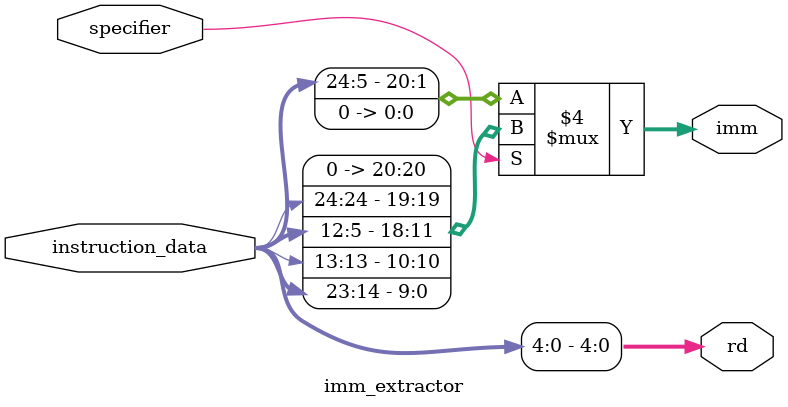
<source format=v>
`timescale 1ns / 1ps
`ifndef IMM_EXTRACTOR_V
`define IMM_EXTRACTOR_V

module imm_extractor(
    input [24:0] instruction_data, // 25-bit instruction data (after opcode removal)
    input specifier,               // Determines U-Type (0) or J-Type (1)
    output reg [20:0] imm,         // 21-bit immediate (shared for U-Type and J-Type)
    output reg [4:0] rd            // Destination register
);

    always @(*) begin
        // Extract `rd` from instruction_data[4:0]
        rd = instruction_data[4:0];

        if (specifier == 1'b0) begin
            // U-Type Instruction (LUI, AUIPC) → 20-bit immediate stored in 21-bit field (MSB zero)
            imm = {instruction_data[24:5], 1'b0}; // Pad with LSB zero for consistency
        end else begin
            // J-Type Instruction (JAL) → 21-bit immediate
            imm = {instruction_data[24],  // Bit 20 (MSB)
                   instruction_data[12:5], // Bits 19:12
                   instruction_data[13],   // Bit 11
                   instruction_data[23:14] // Bits 10:1
                  };
        end
    end

endmodule

`endif // IMM_EXTRACTOR_V

</source>
